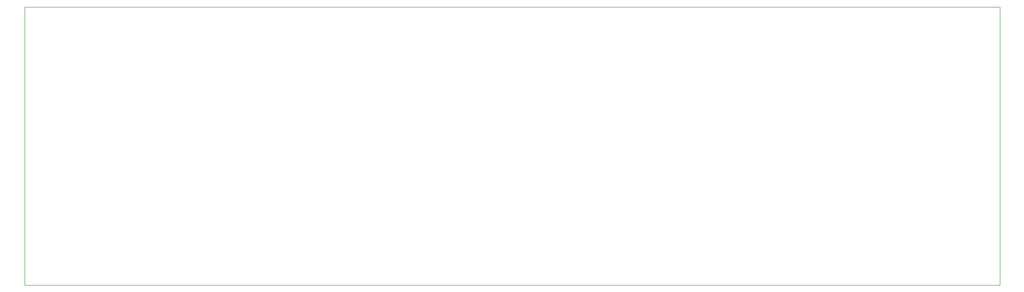
<source format=gbr>
G04 #@! TF.GenerationSoftware,KiCad,Pcbnew,7.0.10*
G04 #@! TF.CreationDate,2024-07-22T15:51:58-07:00*
G04 #@! TF.ProjectId,LCP_Controller,4c43505f-436f-46e7-9472-6f6c6c65722e,rev?*
G04 #@! TF.SameCoordinates,Original*
G04 #@! TF.FileFunction,Profile,NP*
%FSLAX46Y46*%
G04 Gerber Fmt 4.6, Leading zero omitted, Abs format (unit mm)*
G04 Created by KiCad (PCBNEW 7.0.10) date 2024-07-22 15:51:58*
%MOMM*%
%LPD*%
G01*
G04 APERTURE LIST*
G04 #@! TA.AperFunction,Profile*
%ADD10C,0.050000*%
G04 #@! TD*
G04 APERTURE END LIST*
D10*
X127000000Y-139700000D02*
X304800000Y-139700000D01*
X127000000Y-88900000D02*
X127000000Y-139700000D01*
X304800000Y-88900000D02*
X127000000Y-88900000D01*
X304800000Y-139700000D02*
X304800000Y-88900000D01*
M02*

</source>
